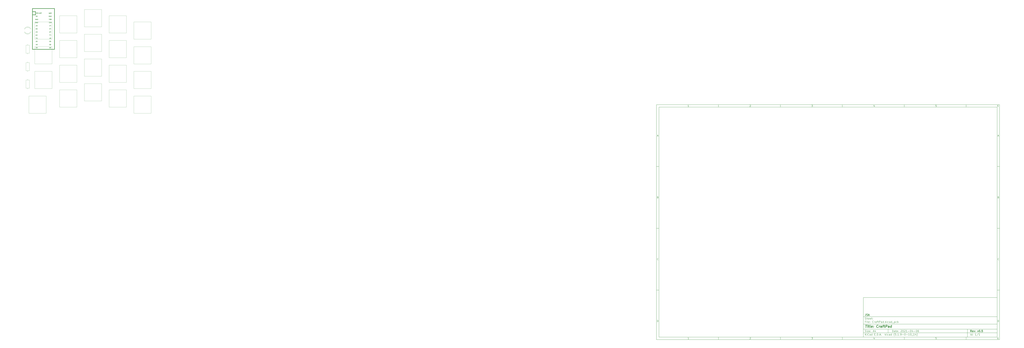
<source format=gbr>
%TF.GenerationSoftware,KiCad,Pcbnew,(5.1.9-0-10_14)*%
%TF.CreationDate,2021-04-06T08:54:49+08:00*%
%TF.ProjectId,CraftPad,43726166-7450-4616-942e-6b696361645f,v0.5*%
%TF.SameCoordinates,Original*%
%TF.FileFunction,Legend,Bot*%
%TF.FilePolarity,Positive*%
%FSLAX46Y46*%
G04 Gerber Fmt 4.6, Leading zero omitted, Abs format (unit mm)*
G04 Created by KiCad (PCBNEW (5.1.9-0-10_14)) date 2021-04-06 08:54:49*
%MOMM*%
%LPD*%
G01*
G04 APERTURE LIST*
%ADD10C,0.100000*%
%ADD11C,0.150000*%
%ADD12C,0.300000*%
%ADD13C,0.400000*%
%ADD14C,0.120000*%
%ADD15C,0.381000*%
G04 APERTURE END LIST*
D10*
D11*
X177002200Y-166007200D02*
X177002200Y-198007200D01*
X285002200Y-198007200D01*
X285002200Y-166007200D01*
X177002200Y-166007200D01*
D10*
D11*
X10000000Y-10000000D02*
X10000000Y-200007200D01*
X287002200Y-200007200D01*
X287002200Y-10000000D01*
X10000000Y-10000000D01*
D10*
D11*
X12000000Y-12000000D02*
X12000000Y-198007200D01*
X285002200Y-198007200D01*
X285002200Y-12000000D01*
X12000000Y-12000000D01*
D10*
D11*
X60000000Y-12000000D02*
X60000000Y-10000000D01*
D10*
D11*
X110000000Y-12000000D02*
X110000000Y-10000000D01*
D10*
D11*
X160000000Y-12000000D02*
X160000000Y-10000000D01*
D10*
D11*
X210000000Y-12000000D02*
X210000000Y-10000000D01*
D10*
D11*
X260000000Y-12000000D02*
X260000000Y-10000000D01*
D10*
D11*
X36065476Y-11588095D02*
X35322619Y-11588095D01*
X35694047Y-11588095D02*
X35694047Y-10288095D01*
X35570238Y-10473809D01*
X35446428Y-10597619D01*
X35322619Y-10659523D01*
D10*
D11*
X85322619Y-10411904D02*
X85384523Y-10350000D01*
X85508333Y-10288095D01*
X85817857Y-10288095D01*
X85941666Y-10350000D01*
X86003571Y-10411904D01*
X86065476Y-10535714D01*
X86065476Y-10659523D01*
X86003571Y-10845238D01*
X85260714Y-11588095D01*
X86065476Y-11588095D01*
D10*
D11*
X135260714Y-10288095D02*
X136065476Y-10288095D01*
X135632142Y-10783333D01*
X135817857Y-10783333D01*
X135941666Y-10845238D01*
X136003571Y-10907142D01*
X136065476Y-11030952D01*
X136065476Y-11340476D01*
X136003571Y-11464285D01*
X135941666Y-11526190D01*
X135817857Y-11588095D01*
X135446428Y-11588095D01*
X135322619Y-11526190D01*
X135260714Y-11464285D01*
D10*
D11*
X185941666Y-10721428D02*
X185941666Y-11588095D01*
X185632142Y-10226190D02*
X185322619Y-11154761D01*
X186127380Y-11154761D01*
D10*
D11*
X236003571Y-10288095D02*
X235384523Y-10288095D01*
X235322619Y-10907142D01*
X235384523Y-10845238D01*
X235508333Y-10783333D01*
X235817857Y-10783333D01*
X235941666Y-10845238D01*
X236003571Y-10907142D01*
X236065476Y-11030952D01*
X236065476Y-11340476D01*
X236003571Y-11464285D01*
X235941666Y-11526190D01*
X235817857Y-11588095D01*
X235508333Y-11588095D01*
X235384523Y-11526190D01*
X235322619Y-11464285D01*
D10*
D11*
X285941666Y-10288095D02*
X285694047Y-10288095D01*
X285570238Y-10350000D01*
X285508333Y-10411904D01*
X285384523Y-10597619D01*
X285322619Y-10845238D01*
X285322619Y-11340476D01*
X285384523Y-11464285D01*
X285446428Y-11526190D01*
X285570238Y-11588095D01*
X285817857Y-11588095D01*
X285941666Y-11526190D01*
X286003571Y-11464285D01*
X286065476Y-11340476D01*
X286065476Y-11030952D01*
X286003571Y-10907142D01*
X285941666Y-10845238D01*
X285817857Y-10783333D01*
X285570238Y-10783333D01*
X285446428Y-10845238D01*
X285384523Y-10907142D01*
X285322619Y-11030952D01*
D10*
D11*
X60000000Y-198007200D02*
X60000000Y-200007200D01*
D10*
D11*
X110000000Y-198007200D02*
X110000000Y-200007200D01*
D10*
D11*
X160000000Y-198007200D02*
X160000000Y-200007200D01*
D10*
D11*
X210000000Y-198007200D02*
X210000000Y-200007200D01*
D10*
D11*
X260000000Y-198007200D02*
X260000000Y-200007200D01*
D10*
D11*
X36065476Y-199595295D02*
X35322619Y-199595295D01*
X35694047Y-199595295D02*
X35694047Y-198295295D01*
X35570238Y-198481009D01*
X35446428Y-198604819D01*
X35322619Y-198666723D01*
D10*
D11*
X85322619Y-198419104D02*
X85384523Y-198357200D01*
X85508333Y-198295295D01*
X85817857Y-198295295D01*
X85941666Y-198357200D01*
X86003571Y-198419104D01*
X86065476Y-198542914D01*
X86065476Y-198666723D01*
X86003571Y-198852438D01*
X85260714Y-199595295D01*
X86065476Y-199595295D01*
D10*
D11*
X135260714Y-198295295D02*
X136065476Y-198295295D01*
X135632142Y-198790533D01*
X135817857Y-198790533D01*
X135941666Y-198852438D01*
X136003571Y-198914342D01*
X136065476Y-199038152D01*
X136065476Y-199347676D01*
X136003571Y-199471485D01*
X135941666Y-199533390D01*
X135817857Y-199595295D01*
X135446428Y-199595295D01*
X135322619Y-199533390D01*
X135260714Y-199471485D01*
D10*
D11*
X185941666Y-198728628D02*
X185941666Y-199595295D01*
X185632142Y-198233390D02*
X185322619Y-199161961D01*
X186127380Y-199161961D01*
D10*
D11*
X236003571Y-198295295D02*
X235384523Y-198295295D01*
X235322619Y-198914342D01*
X235384523Y-198852438D01*
X235508333Y-198790533D01*
X235817857Y-198790533D01*
X235941666Y-198852438D01*
X236003571Y-198914342D01*
X236065476Y-199038152D01*
X236065476Y-199347676D01*
X236003571Y-199471485D01*
X235941666Y-199533390D01*
X235817857Y-199595295D01*
X235508333Y-199595295D01*
X235384523Y-199533390D01*
X235322619Y-199471485D01*
D10*
D11*
X285941666Y-198295295D02*
X285694047Y-198295295D01*
X285570238Y-198357200D01*
X285508333Y-198419104D01*
X285384523Y-198604819D01*
X285322619Y-198852438D01*
X285322619Y-199347676D01*
X285384523Y-199471485D01*
X285446428Y-199533390D01*
X285570238Y-199595295D01*
X285817857Y-199595295D01*
X285941666Y-199533390D01*
X286003571Y-199471485D01*
X286065476Y-199347676D01*
X286065476Y-199038152D01*
X286003571Y-198914342D01*
X285941666Y-198852438D01*
X285817857Y-198790533D01*
X285570238Y-198790533D01*
X285446428Y-198852438D01*
X285384523Y-198914342D01*
X285322619Y-199038152D01*
D10*
D11*
X10000000Y-60000000D02*
X12000000Y-60000000D01*
D10*
D11*
X10000000Y-110000000D02*
X12000000Y-110000000D01*
D10*
D11*
X10000000Y-160000000D02*
X12000000Y-160000000D01*
D10*
D11*
X10690476Y-35216666D02*
X11309523Y-35216666D01*
X10566666Y-35588095D02*
X11000000Y-34288095D01*
X11433333Y-35588095D01*
D10*
D11*
X11092857Y-84907142D02*
X11278571Y-84969047D01*
X11340476Y-85030952D01*
X11402380Y-85154761D01*
X11402380Y-85340476D01*
X11340476Y-85464285D01*
X11278571Y-85526190D01*
X11154761Y-85588095D01*
X10659523Y-85588095D01*
X10659523Y-84288095D01*
X11092857Y-84288095D01*
X11216666Y-84350000D01*
X11278571Y-84411904D01*
X11340476Y-84535714D01*
X11340476Y-84659523D01*
X11278571Y-84783333D01*
X11216666Y-84845238D01*
X11092857Y-84907142D01*
X10659523Y-84907142D01*
D10*
D11*
X11402380Y-135464285D02*
X11340476Y-135526190D01*
X11154761Y-135588095D01*
X11030952Y-135588095D01*
X10845238Y-135526190D01*
X10721428Y-135402380D01*
X10659523Y-135278571D01*
X10597619Y-135030952D01*
X10597619Y-134845238D01*
X10659523Y-134597619D01*
X10721428Y-134473809D01*
X10845238Y-134350000D01*
X11030952Y-134288095D01*
X11154761Y-134288095D01*
X11340476Y-134350000D01*
X11402380Y-134411904D01*
D10*
D11*
X10659523Y-185588095D02*
X10659523Y-184288095D01*
X10969047Y-184288095D01*
X11154761Y-184350000D01*
X11278571Y-184473809D01*
X11340476Y-184597619D01*
X11402380Y-184845238D01*
X11402380Y-185030952D01*
X11340476Y-185278571D01*
X11278571Y-185402380D01*
X11154761Y-185526190D01*
X10969047Y-185588095D01*
X10659523Y-185588095D01*
D10*
D11*
X287002200Y-60000000D02*
X285002200Y-60000000D01*
D10*
D11*
X287002200Y-110000000D02*
X285002200Y-110000000D01*
D10*
D11*
X287002200Y-160000000D02*
X285002200Y-160000000D01*
D10*
D11*
X285692676Y-35216666D02*
X286311723Y-35216666D01*
X285568866Y-35588095D02*
X286002200Y-34288095D01*
X286435533Y-35588095D01*
D10*
D11*
X286095057Y-84907142D02*
X286280771Y-84969047D01*
X286342676Y-85030952D01*
X286404580Y-85154761D01*
X286404580Y-85340476D01*
X286342676Y-85464285D01*
X286280771Y-85526190D01*
X286156961Y-85588095D01*
X285661723Y-85588095D01*
X285661723Y-84288095D01*
X286095057Y-84288095D01*
X286218866Y-84350000D01*
X286280771Y-84411904D01*
X286342676Y-84535714D01*
X286342676Y-84659523D01*
X286280771Y-84783333D01*
X286218866Y-84845238D01*
X286095057Y-84907142D01*
X285661723Y-84907142D01*
D10*
D11*
X286404580Y-135464285D02*
X286342676Y-135526190D01*
X286156961Y-135588095D01*
X286033152Y-135588095D01*
X285847438Y-135526190D01*
X285723628Y-135402380D01*
X285661723Y-135278571D01*
X285599819Y-135030952D01*
X285599819Y-134845238D01*
X285661723Y-134597619D01*
X285723628Y-134473809D01*
X285847438Y-134350000D01*
X286033152Y-134288095D01*
X286156961Y-134288095D01*
X286342676Y-134350000D01*
X286404580Y-134411904D01*
D10*
D11*
X285661723Y-185588095D02*
X285661723Y-184288095D01*
X285971247Y-184288095D01*
X286156961Y-184350000D01*
X286280771Y-184473809D01*
X286342676Y-184597619D01*
X286404580Y-184845238D01*
X286404580Y-185030952D01*
X286342676Y-185278571D01*
X286280771Y-185402380D01*
X286156961Y-185526190D01*
X285971247Y-185588095D01*
X285661723Y-185588095D01*
D10*
D11*
X200434342Y-193785771D02*
X200434342Y-192285771D01*
X200791485Y-192285771D01*
X201005771Y-192357200D01*
X201148628Y-192500057D01*
X201220057Y-192642914D01*
X201291485Y-192928628D01*
X201291485Y-193142914D01*
X201220057Y-193428628D01*
X201148628Y-193571485D01*
X201005771Y-193714342D01*
X200791485Y-193785771D01*
X200434342Y-193785771D01*
X202577200Y-193785771D02*
X202577200Y-193000057D01*
X202505771Y-192857200D01*
X202362914Y-192785771D01*
X202077200Y-192785771D01*
X201934342Y-192857200D01*
X202577200Y-193714342D02*
X202434342Y-193785771D01*
X202077200Y-193785771D01*
X201934342Y-193714342D01*
X201862914Y-193571485D01*
X201862914Y-193428628D01*
X201934342Y-193285771D01*
X202077200Y-193214342D01*
X202434342Y-193214342D01*
X202577200Y-193142914D01*
X203077200Y-192785771D02*
X203648628Y-192785771D01*
X203291485Y-192285771D02*
X203291485Y-193571485D01*
X203362914Y-193714342D01*
X203505771Y-193785771D01*
X203648628Y-193785771D01*
X204720057Y-193714342D02*
X204577200Y-193785771D01*
X204291485Y-193785771D01*
X204148628Y-193714342D01*
X204077200Y-193571485D01*
X204077200Y-193000057D01*
X204148628Y-192857200D01*
X204291485Y-192785771D01*
X204577200Y-192785771D01*
X204720057Y-192857200D01*
X204791485Y-193000057D01*
X204791485Y-193142914D01*
X204077200Y-193285771D01*
X205434342Y-193642914D02*
X205505771Y-193714342D01*
X205434342Y-193785771D01*
X205362914Y-193714342D01*
X205434342Y-193642914D01*
X205434342Y-193785771D01*
X205434342Y-192857200D02*
X205505771Y-192928628D01*
X205434342Y-193000057D01*
X205362914Y-192928628D01*
X205434342Y-192857200D01*
X205434342Y-193000057D01*
X207220057Y-192428628D02*
X207291485Y-192357200D01*
X207434342Y-192285771D01*
X207791485Y-192285771D01*
X207934342Y-192357200D01*
X208005771Y-192428628D01*
X208077200Y-192571485D01*
X208077200Y-192714342D01*
X208005771Y-192928628D01*
X207148628Y-193785771D01*
X208077200Y-193785771D01*
X209005771Y-192285771D02*
X209148628Y-192285771D01*
X209291485Y-192357200D01*
X209362914Y-192428628D01*
X209434342Y-192571485D01*
X209505771Y-192857200D01*
X209505771Y-193214342D01*
X209434342Y-193500057D01*
X209362914Y-193642914D01*
X209291485Y-193714342D01*
X209148628Y-193785771D01*
X209005771Y-193785771D01*
X208862914Y-193714342D01*
X208791485Y-193642914D01*
X208720057Y-193500057D01*
X208648628Y-193214342D01*
X208648628Y-192857200D01*
X208720057Y-192571485D01*
X208791485Y-192428628D01*
X208862914Y-192357200D01*
X209005771Y-192285771D01*
X210077200Y-192428628D02*
X210148628Y-192357200D01*
X210291485Y-192285771D01*
X210648628Y-192285771D01*
X210791485Y-192357200D01*
X210862914Y-192428628D01*
X210934342Y-192571485D01*
X210934342Y-192714342D01*
X210862914Y-192928628D01*
X210005771Y-193785771D01*
X210934342Y-193785771D01*
X212362914Y-193785771D02*
X211505771Y-193785771D01*
X211934342Y-193785771D02*
X211934342Y-192285771D01*
X211791485Y-192500057D01*
X211648628Y-192642914D01*
X211505771Y-192714342D01*
X213005771Y-193214342D02*
X214148628Y-193214342D01*
X215148628Y-192285771D02*
X215291485Y-192285771D01*
X215434342Y-192357200D01*
X215505771Y-192428628D01*
X215577200Y-192571485D01*
X215648628Y-192857200D01*
X215648628Y-193214342D01*
X215577200Y-193500057D01*
X215505771Y-193642914D01*
X215434342Y-193714342D01*
X215291485Y-193785771D01*
X215148628Y-193785771D01*
X215005771Y-193714342D01*
X214934342Y-193642914D01*
X214862914Y-193500057D01*
X214791485Y-193214342D01*
X214791485Y-192857200D01*
X214862914Y-192571485D01*
X214934342Y-192428628D01*
X215005771Y-192357200D01*
X215148628Y-192285771D01*
X216934342Y-192785771D02*
X216934342Y-193785771D01*
X216577200Y-192214342D02*
X216220057Y-193285771D01*
X217148628Y-193285771D01*
X217720057Y-193214342D02*
X218862914Y-193214342D01*
X219862914Y-192285771D02*
X220005771Y-192285771D01*
X220148628Y-192357200D01*
X220220057Y-192428628D01*
X220291485Y-192571485D01*
X220362914Y-192857200D01*
X220362914Y-193214342D01*
X220291485Y-193500057D01*
X220220057Y-193642914D01*
X220148628Y-193714342D01*
X220005771Y-193785771D01*
X219862914Y-193785771D01*
X219720057Y-193714342D01*
X219648628Y-193642914D01*
X219577200Y-193500057D01*
X219505771Y-193214342D01*
X219505771Y-192857200D01*
X219577200Y-192571485D01*
X219648628Y-192428628D01*
X219720057Y-192357200D01*
X219862914Y-192285771D01*
X221648628Y-192285771D02*
X221362914Y-192285771D01*
X221220057Y-192357200D01*
X221148628Y-192428628D01*
X221005771Y-192642914D01*
X220934342Y-192928628D01*
X220934342Y-193500057D01*
X221005771Y-193642914D01*
X221077200Y-193714342D01*
X221220057Y-193785771D01*
X221505771Y-193785771D01*
X221648628Y-193714342D01*
X221720057Y-193642914D01*
X221791485Y-193500057D01*
X221791485Y-193142914D01*
X221720057Y-193000057D01*
X221648628Y-192928628D01*
X221505771Y-192857200D01*
X221220057Y-192857200D01*
X221077200Y-192928628D01*
X221005771Y-193000057D01*
X220934342Y-193142914D01*
D10*
D11*
X177002200Y-194507200D02*
X285002200Y-194507200D01*
D10*
D11*
X178434342Y-196585771D02*
X178434342Y-195085771D01*
X179291485Y-196585771D02*
X178648628Y-195728628D01*
X179291485Y-195085771D02*
X178434342Y-195942914D01*
X179934342Y-196585771D02*
X179934342Y-195585771D01*
X179934342Y-195085771D02*
X179862914Y-195157200D01*
X179934342Y-195228628D01*
X180005771Y-195157200D01*
X179934342Y-195085771D01*
X179934342Y-195228628D01*
X181505771Y-196442914D02*
X181434342Y-196514342D01*
X181220057Y-196585771D01*
X181077200Y-196585771D01*
X180862914Y-196514342D01*
X180720057Y-196371485D01*
X180648628Y-196228628D01*
X180577200Y-195942914D01*
X180577200Y-195728628D01*
X180648628Y-195442914D01*
X180720057Y-195300057D01*
X180862914Y-195157200D01*
X181077200Y-195085771D01*
X181220057Y-195085771D01*
X181434342Y-195157200D01*
X181505771Y-195228628D01*
X182791485Y-196585771D02*
X182791485Y-195800057D01*
X182720057Y-195657200D01*
X182577200Y-195585771D01*
X182291485Y-195585771D01*
X182148628Y-195657200D01*
X182791485Y-196514342D02*
X182648628Y-196585771D01*
X182291485Y-196585771D01*
X182148628Y-196514342D01*
X182077200Y-196371485D01*
X182077200Y-196228628D01*
X182148628Y-196085771D01*
X182291485Y-196014342D01*
X182648628Y-196014342D01*
X182791485Y-195942914D01*
X184148628Y-196585771D02*
X184148628Y-195085771D01*
X184148628Y-196514342D02*
X184005771Y-196585771D01*
X183720057Y-196585771D01*
X183577200Y-196514342D01*
X183505771Y-196442914D01*
X183434342Y-196300057D01*
X183434342Y-195871485D01*
X183505771Y-195728628D01*
X183577200Y-195657200D01*
X183720057Y-195585771D01*
X184005771Y-195585771D01*
X184148628Y-195657200D01*
X186005771Y-195800057D02*
X186505771Y-195800057D01*
X186720057Y-196585771D02*
X186005771Y-196585771D01*
X186005771Y-195085771D01*
X186720057Y-195085771D01*
X187362914Y-196442914D02*
X187434342Y-196514342D01*
X187362914Y-196585771D01*
X187291485Y-196514342D01*
X187362914Y-196442914D01*
X187362914Y-196585771D01*
X188077200Y-196585771D02*
X188077200Y-195085771D01*
X188434342Y-195085771D01*
X188648628Y-195157200D01*
X188791485Y-195300057D01*
X188862914Y-195442914D01*
X188934342Y-195728628D01*
X188934342Y-195942914D01*
X188862914Y-196228628D01*
X188791485Y-196371485D01*
X188648628Y-196514342D01*
X188434342Y-196585771D01*
X188077200Y-196585771D01*
X189577200Y-196442914D02*
X189648628Y-196514342D01*
X189577200Y-196585771D01*
X189505771Y-196514342D01*
X189577200Y-196442914D01*
X189577200Y-196585771D01*
X190220057Y-196157200D02*
X190934342Y-196157200D01*
X190077200Y-196585771D02*
X190577200Y-195085771D01*
X191077200Y-196585771D01*
X191577200Y-196442914D02*
X191648628Y-196514342D01*
X191577200Y-196585771D01*
X191505771Y-196514342D01*
X191577200Y-196442914D01*
X191577200Y-196585771D01*
X194577200Y-196585771D02*
X194577200Y-195085771D01*
X194720057Y-196014342D02*
X195148628Y-196585771D01*
X195148628Y-195585771D02*
X194577200Y-196157200D01*
X195791485Y-196585771D02*
X195791485Y-195585771D01*
X195791485Y-195085771D02*
X195720057Y-195157200D01*
X195791485Y-195228628D01*
X195862914Y-195157200D01*
X195791485Y-195085771D01*
X195791485Y-195228628D01*
X197148628Y-196514342D02*
X197005771Y-196585771D01*
X196720057Y-196585771D01*
X196577200Y-196514342D01*
X196505771Y-196442914D01*
X196434342Y-196300057D01*
X196434342Y-195871485D01*
X196505771Y-195728628D01*
X196577200Y-195657200D01*
X196720057Y-195585771D01*
X197005771Y-195585771D01*
X197148628Y-195657200D01*
X198434342Y-196585771D02*
X198434342Y-195800057D01*
X198362914Y-195657200D01*
X198220057Y-195585771D01*
X197934342Y-195585771D01*
X197791485Y-195657200D01*
X198434342Y-196514342D02*
X198291485Y-196585771D01*
X197934342Y-196585771D01*
X197791485Y-196514342D01*
X197720057Y-196371485D01*
X197720057Y-196228628D01*
X197791485Y-196085771D01*
X197934342Y-196014342D01*
X198291485Y-196014342D01*
X198434342Y-195942914D01*
X199791485Y-196585771D02*
X199791485Y-195085771D01*
X199791485Y-196514342D02*
X199648628Y-196585771D01*
X199362914Y-196585771D01*
X199220057Y-196514342D01*
X199148628Y-196442914D01*
X199077200Y-196300057D01*
X199077200Y-195871485D01*
X199148628Y-195728628D01*
X199220057Y-195657200D01*
X199362914Y-195585771D01*
X199648628Y-195585771D01*
X199791485Y-195657200D01*
X202077200Y-197157200D02*
X202005771Y-197085771D01*
X201862914Y-196871485D01*
X201791485Y-196728628D01*
X201720057Y-196514342D01*
X201648628Y-196157200D01*
X201648628Y-195871485D01*
X201720057Y-195514342D01*
X201791485Y-195300057D01*
X201862914Y-195157200D01*
X202005771Y-194942914D01*
X202077200Y-194871485D01*
X203362914Y-195085771D02*
X202648628Y-195085771D01*
X202577200Y-195800057D01*
X202648628Y-195728628D01*
X202791485Y-195657200D01*
X203148628Y-195657200D01*
X203291485Y-195728628D01*
X203362914Y-195800057D01*
X203434342Y-195942914D01*
X203434342Y-196300057D01*
X203362914Y-196442914D01*
X203291485Y-196514342D01*
X203148628Y-196585771D01*
X202791485Y-196585771D01*
X202648628Y-196514342D01*
X202577200Y-196442914D01*
X204077200Y-196442914D02*
X204148628Y-196514342D01*
X204077200Y-196585771D01*
X204005771Y-196514342D01*
X204077200Y-196442914D01*
X204077200Y-196585771D01*
X205577200Y-196585771D02*
X204720057Y-196585771D01*
X205148628Y-196585771D02*
X205148628Y-195085771D01*
X205005771Y-195300057D01*
X204862914Y-195442914D01*
X204720057Y-195514342D01*
X206220057Y-196442914D02*
X206291485Y-196514342D01*
X206220057Y-196585771D01*
X206148628Y-196514342D01*
X206220057Y-196442914D01*
X206220057Y-196585771D01*
X207005771Y-196585771D02*
X207291485Y-196585771D01*
X207434342Y-196514342D01*
X207505771Y-196442914D01*
X207648628Y-196228628D01*
X207720057Y-195942914D01*
X207720057Y-195371485D01*
X207648628Y-195228628D01*
X207577200Y-195157200D01*
X207434342Y-195085771D01*
X207148628Y-195085771D01*
X207005771Y-195157200D01*
X206934342Y-195228628D01*
X206862914Y-195371485D01*
X206862914Y-195728628D01*
X206934342Y-195871485D01*
X207005771Y-195942914D01*
X207148628Y-196014342D01*
X207434342Y-196014342D01*
X207577200Y-195942914D01*
X207648628Y-195871485D01*
X207720057Y-195728628D01*
X208362914Y-196014342D02*
X209505771Y-196014342D01*
X210505771Y-195085771D02*
X210648628Y-195085771D01*
X210791485Y-195157200D01*
X210862914Y-195228628D01*
X210934342Y-195371485D01*
X211005771Y-195657200D01*
X211005771Y-196014342D01*
X210934342Y-196300057D01*
X210862914Y-196442914D01*
X210791485Y-196514342D01*
X210648628Y-196585771D01*
X210505771Y-196585771D01*
X210362914Y-196514342D01*
X210291485Y-196442914D01*
X210220057Y-196300057D01*
X210148628Y-196014342D01*
X210148628Y-195657200D01*
X210220057Y-195371485D01*
X210291485Y-195228628D01*
X210362914Y-195157200D01*
X210505771Y-195085771D01*
X211648628Y-196014342D02*
X212791485Y-196014342D01*
X214291485Y-196585771D02*
X213434342Y-196585771D01*
X213862914Y-196585771D02*
X213862914Y-195085771D01*
X213720057Y-195300057D01*
X213577200Y-195442914D01*
X213434342Y-195514342D01*
X215220057Y-195085771D02*
X215362914Y-195085771D01*
X215505771Y-195157200D01*
X215577200Y-195228628D01*
X215648628Y-195371485D01*
X215720057Y-195657200D01*
X215720057Y-196014342D01*
X215648628Y-196300057D01*
X215577200Y-196442914D01*
X215505771Y-196514342D01*
X215362914Y-196585771D01*
X215220057Y-196585771D01*
X215077200Y-196514342D01*
X215005771Y-196442914D01*
X214934342Y-196300057D01*
X214862914Y-196014342D01*
X214862914Y-195657200D01*
X214934342Y-195371485D01*
X215005771Y-195228628D01*
X215077200Y-195157200D01*
X215220057Y-195085771D01*
X216005771Y-196728628D02*
X217148628Y-196728628D01*
X218291485Y-196585771D02*
X217434342Y-196585771D01*
X217862914Y-196585771D02*
X217862914Y-195085771D01*
X217720057Y-195300057D01*
X217577200Y-195442914D01*
X217434342Y-195514342D01*
X219577200Y-195585771D02*
X219577200Y-196585771D01*
X219220057Y-195014342D02*
X218862914Y-196085771D01*
X219791485Y-196085771D01*
X220220057Y-197157200D02*
X220291485Y-197085771D01*
X220434342Y-196871485D01*
X220505771Y-196728628D01*
X220577200Y-196514342D01*
X220648628Y-196157200D01*
X220648628Y-195871485D01*
X220577200Y-195514342D01*
X220505771Y-195300057D01*
X220434342Y-195157200D01*
X220291485Y-194942914D01*
X220220057Y-194871485D01*
D10*
D11*
X177002200Y-191507200D02*
X285002200Y-191507200D01*
D10*
D12*
X264411485Y-193785771D02*
X263911485Y-193071485D01*
X263554342Y-193785771D02*
X263554342Y-192285771D01*
X264125771Y-192285771D01*
X264268628Y-192357200D01*
X264340057Y-192428628D01*
X264411485Y-192571485D01*
X264411485Y-192785771D01*
X264340057Y-192928628D01*
X264268628Y-193000057D01*
X264125771Y-193071485D01*
X263554342Y-193071485D01*
X265625771Y-193714342D02*
X265482914Y-193785771D01*
X265197200Y-193785771D01*
X265054342Y-193714342D01*
X264982914Y-193571485D01*
X264982914Y-193000057D01*
X265054342Y-192857200D01*
X265197200Y-192785771D01*
X265482914Y-192785771D01*
X265625771Y-192857200D01*
X265697200Y-193000057D01*
X265697200Y-193142914D01*
X264982914Y-193285771D01*
X266197200Y-192785771D02*
X266554342Y-193785771D01*
X266911485Y-192785771D01*
X267482914Y-193642914D02*
X267554342Y-193714342D01*
X267482914Y-193785771D01*
X267411485Y-193714342D01*
X267482914Y-193642914D01*
X267482914Y-193785771D01*
X267482914Y-192857200D02*
X267554342Y-192928628D01*
X267482914Y-193000057D01*
X267411485Y-192928628D01*
X267482914Y-192857200D01*
X267482914Y-193000057D01*
X269197200Y-192785771D02*
X269554342Y-193785771D01*
X269911485Y-192785771D01*
X270768628Y-192285771D02*
X270911485Y-192285771D01*
X271054342Y-192357200D01*
X271125771Y-192428628D01*
X271197200Y-192571485D01*
X271268628Y-192857200D01*
X271268628Y-193214342D01*
X271197200Y-193500057D01*
X271125771Y-193642914D01*
X271054342Y-193714342D01*
X270911485Y-193785771D01*
X270768628Y-193785771D01*
X270625771Y-193714342D01*
X270554342Y-193642914D01*
X270482914Y-193500057D01*
X270411485Y-193214342D01*
X270411485Y-192857200D01*
X270482914Y-192571485D01*
X270554342Y-192428628D01*
X270625771Y-192357200D01*
X270768628Y-192285771D01*
X271911485Y-193642914D02*
X271982914Y-193714342D01*
X271911485Y-193785771D01*
X271840057Y-193714342D01*
X271911485Y-193642914D01*
X271911485Y-193785771D01*
X273340057Y-192285771D02*
X272625771Y-192285771D01*
X272554342Y-193000057D01*
X272625771Y-192928628D01*
X272768628Y-192857200D01*
X273125771Y-192857200D01*
X273268628Y-192928628D01*
X273340057Y-193000057D01*
X273411485Y-193142914D01*
X273411485Y-193500057D01*
X273340057Y-193642914D01*
X273268628Y-193714342D01*
X273125771Y-193785771D01*
X272768628Y-193785771D01*
X272625771Y-193714342D01*
X272554342Y-193642914D01*
D10*
D11*
X178362914Y-193714342D02*
X178577200Y-193785771D01*
X178934342Y-193785771D01*
X179077200Y-193714342D01*
X179148628Y-193642914D01*
X179220057Y-193500057D01*
X179220057Y-193357200D01*
X179148628Y-193214342D01*
X179077200Y-193142914D01*
X178934342Y-193071485D01*
X178648628Y-193000057D01*
X178505771Y-192928628D01*
X178434342Y-192857200D01*
X178362914Y-192714342D01*
X178362914Y-192571485D01*
X178434342Y-192428628D01*
X178505771Y-192357200D01*
X178648628Y-192285771D01*
X179005771Y-192285771D01*
X179220057Y-192357200D01*
X179862914Y-193785771D02*
X179862914Y-192785771D01*
X179862914Y-192285771D02*
X179791485Y-192357200D01*
X179862914Y-192428628D01*
X179934342Y-192357200D01*
X179862914Y-192285771D01*
X179862914Y-192428628D01*
X180434342Y-192785771D02*
X181220057Y-192785771D01*
X180434342Y-193785771D01*
X181220057Y-193785771D01*
X182362914Y-193714342D02*
X182220057Y-193785771D01*
X181934342Y-193785771D01*
X181791485Y-193714342D01*
X181720057Y-193571485D01*
X181720057Y-193000057D01*
X181791485Y-192857200D01*
X181934342Y-192785771D01*
X182220057Y-192785771D01*
X182362914Y-192857200D01*
X182434342Y-193000057D01*
X182434342Y-193142914D01*
X181720057Y-193285771D01*
X183077200Y-193642914D02*
X183148628Y-193714342D01*
X183077200Y-193785771D01*
X183005771Y-193714342D01*
X183077200Y-193642914D01*
X183077200Y-193785771D01*
X183077200Y-192857200D02*
X183148628Y-192928628D01*
X183077200Y-193000057D01*
X183005771Y-192928628D01*
X183077200Y-192857200D01*
X183077200Y-193000057D01*
X184862914Y-193357200D02*
X185577200Y-193357200D01*
X184720057Y-193785771D02*
X185220057Y-192285771D01*
X185720057Y-193785771D01*
X186862914Y-192785771D02*
X186862914Y-193785771D01*
X186505771Y-192214342D02*
X186148628Y-193285771D01*
X187077200Y-193285771D01*
D10*
D11*
X263434342Y-196585771D02*
X263434342Y-195085771D01*
X264791485Y-196585771D02*
X264791485Y-195085771D01*
X264791485Y-196514342D02*
X264648628Y-196585771D01*
X264362914Y-196585771D01*
X264220057Y-196514342D01*
X264148628Y-196442914D01*
X264077200Y-196300057D01*
X264077200Y-195871485D01*
X264148628Y-195728628D01*
X264220057Y-195657200D01*
X264362914Y-195585771D01*
X264648628Y-195585771D01*
X264791485Y-195657200D01*
X265505771Y-196442914D02*
X265577200Y-196514342D01*
X265505771Y-196585771D01*
X265434342Y-196514342D01*
X265505771Y-196442914D01*
X265505771Y-196585771D01*
X265505771Y-195657200D02*
X265577200Y-195728628D01*
X265505771Y-195800057D01*
X265434342Y-195728628D01*
X265505771Y-195657200D01*
X265505771Y-195800057D01*
X268148628Y-196585771D02*
X267291485Y-196585771D01*
X267720057Y-196585771D02*
X267720057Y-195085771D01*
X267577200Y-195300057D01*
X267434342Y-195442914D01*
X267291485Y-195514342D01*
X269862914Y-195014342D02*
X268577200Y-196942914D01*
X271148628Y-196585771D02*
X270291485Y-196585771D01*
X270720057Y-196585771D02*
X270720057Y-195085771D01*
X270577200Y-195300057D01*
X270434342Y-195442914D01*
X270291485Y-195514342D01*
D10*
D11*
X177002200Y-187507200D02*
X285002200Y-187507200D01*
D10*
D13*
X178714580Y-188211961D02*
X179857438Y-188211961D01*
X179036009Y-190211961D02*
X179286009Y-188211961D01*
X180274104Y-190211961D02*
X180440771Y-188878628D01*
X180524104Y-188211961D02*
X180416961Y-188307200D01*
X180500295Y-188402438D01*
X180607438Y-188307200D01*
X180524104Y-188211961D01*
X180500295Y-188402438D01*
X181107438Y-188878628D02*
X181869342Y-188878628D01*
X181476485Y-188211961D02*
X181262200Y-189926247D01*
X181333628Y-190116723D01*
X181512200Y-190211961D01*
X181702676Y-190211961D01*
X182655057Y-190211961D02*
X182476485Y-190116723D01*
X182405057Y-189926247D01*
X182619342Y-188211961D01*
X184190771Y-190116723D02*
X183988390Y-190211961D01*
X183607438Y-190211961D01*
X183428866Y-190116723D01*
X183357438Y-189926247D01*
X183452676Y-189164342D01*
X183571723Y-188973866D01*
X183774104Y-188878628D01*
X184155057Y-188878628D01*
X184333628Y-188973866D01*
X184405057Y-189164342D01*
X184381247Y-189354819D01*
X183405057Y-189545295D01*
X185155057Y-190021485D02*
X185238390Y-190116723D01*
X185131247Y-190211961D01*
X185047914Y-190116723D01*
X185155057Y-190021485D01*
X185131247Y-190211961D01*
X185286009Y-188973866D02*
X185369342Y-189069104D01*
X185262200Y-189164342D01*
X185178866Y-189069104D01*
X185286009Y-188973866D01*
X185262200Y-189164342D01*
X188774104Y-190021485D02*
X188666961Y-190116723D01*
X188369342Y-190211961D01*
X188178866Y-190211961D01*
X187905057Y-190116723D01*
X187738390Y-189926247D01*
X187666961Y-189735771D01*
X187619342Y-189354819D01*
X187655057Y-189069104D01*
X187797914Y-188688152D01*
X187916961Y-188497676D01*
X188131247Y-188307200D01*
X188428866Y-188211961D01*
X188619342Y-188211961D01*
X188893152Y-188307200D01*
X188976485Y-188402438D01*
X189607438Y-190211961D02*
X189774104Y-188878628D01*
X189726485Y-189259580D02*
X189845533Y-189069104D01*
X189952676Y-188973866D01*
X190155057Y-188878628D01*
X190345533Y-188878628D01*
X191702676Y-190211961D02*
X191833628Y-189164342D01*
X191762200Y-188973866D01*
X191583628Y-188878628D01*
X191202676Y-188878628D01*
X191000295Y-188973866D01*
X191714580Y-190116723D02*
X191512200Y-190211961D01*
X191036009Y-190211961D01*
X190857438Y-190116723D01*
X190786009Y-189926247D01*
X190809819Y-189735771D01*
X190928866Y-189545295D01*
X191131247Y-189450057D01*
X191607438Y-189450057D01*
X191809819Y-189354819D01*
X192536009Y-188878628D02*
X193297914Y-188878628D01*
X192655057Y-190211961D02*
X192869342Y-188497676D01*
X192988390Y-188307200D01*
X193190771Y-188211961D01*
X193381247Y-188211961D01*
X193678866Y-188878628D02*
X194440771Y-188878628D01*
X194047914Y-188211961D02*
X193833628Y-189926247D01*
X193905057Y-190116723D01*
X194083628Y-190211961D01*
X194274104Y-190211961D01*
X194940771Y-190211961D02*
X195190771Y-188211961D01*
X195952676Y-188211961D01*
X196131247Y-188307200D01*
X196214580Y-188402438D01*
X196286009Y-188592914D01*
X196250295Y-188878628D01*
X196131247Y-189069104D01*
X196024104Y-189164342D01*
X195821723Y-189259580D01*
X195059819Y-189259580D01*
X197797914Y-190211961D02*
X197928866Y-189164342D01*
X197857438Y-188973866D01*
X197678866Y-188878628D01*
X197297914Y-188878628D01*
X197095533Y-188973866D01*
X197809819Y-190116723D02*
X197607438Y-190211961D01*
X197131247Y-190211961D01*
X196952676Y-190116723D01*
X196881247Y-189926247D01*
X196905057Y-189735771D01*
X197024104Y-189545295D01*
X197226485Y-189450057D01*
X197702676Y-189450057D01*
X197905057Y-189354819D01*
X199607438Y-190211961D02*
X199857438Y-188211961D01*
X199619342Y-190116723D02*
X199416961Y-190211961D01*
X199036009Y-190211961D01*
X198857438Y-190116723D01*
X198774104Y-190021485D01*
X198702676Y-189831009D01*
X198774104Y-189259580D01*
X198893152Y-189069104D01*
X199000295Y-188973866D01*
X199202676Y-188878628D01*
X199583628Y-188878628D01*
X199762200Y-188973866D01*
D10*
D11*
X178934342Y-185600057D02*
X178434342Y-185600057D01*
X178434342Y-186385771D02*
X178434342Y-184885771D01*
X179148628Y-184885771D01*
X179720057Y-186385771D02*
X179720057Y-185385771D01*
X179720057Y-184885771D02*
X179648628Y-184957200D01*
X179720057Y-185028628D01*
X179791485Y-184957200D01*
X179720057Y-184885771D01*
X179720057Y-185028628D01*
X180648628Y-186385771D02*
X180505771Y-186314342D01*
X180434342Y-186171485D01*
X180434342Y-184885771D01*
X181791485Y-186314342D02*
X181648628Y-186385771D01*
X181362914Y-186385771D01*
X181220057Y-186314342D01*
X181148628Y-186171485D01*
X181148628Y-185600057D01*
X181220057Y-185457200D01*
X181362914Y-185385771D01*
X181648628Y-185385771D01*
X181791485Y-185457200D01*
X181862914Y-185600057D01*
X181862914Y-185742914D01*
X181148628Y-185885771D01*
X182505771Y-186242914D02*
X182577200Y-186314342D01*
X182505771Y-186385771D01*
X182434342Y-186314342D01*
X182505771Y-186242914D01*
X182505771Y-186385771D01*
X182505771Y-185457200D02*
X182577200Y-185528628D01*
X182505771Y-185600057D01*
X182434342Y-185528628D01*
X182505771Y-185457200D01*
X182505771Y-185600057D01*
X185220057Y-186242914D02*
X185148628Y-186314342D01*
X184934342Y-186385771D01*
X184791485Y-186385771D01*
X184577200Y-186314342D01*
X184434342Y-186171485D01*
X184362914Y-186028628D01*
X184291485Y-185742914D01*
X184291485Y-185528628D01*
X184362914Y-185242914D01*
X184434342Y-185100057D01*
X184577200Y-184957200D01*
X184791485Y-184885771D01*
X184934342Y-184885771D01*
X185148628Y-184957200D01*
X185220057Y-185028628D01*
X185862914Y-186385771D02*
X185862914Y-185385771D01*
X185862914Y-185671485D02*
X185934342Y-185528628D01*
X186005771Y-185457200D01*
X186148628Y-185385771D01*
X186291485Y-185385771D01*
X187434342Y-186385771D02*
X187434342Y-185600057D01*
X187362914Y-185457200D01*
X187220057Y-185385771D01*
X186934342Y-185385771D01*
X186791485Y-185457200D01*
X187434342Y-186314342D02*
X187291485Y-186385771D01*
X186934342Y-186385771D01*
X186791485Y-186314342D01*
X186720057Y-186171485D01*
X186720057Y-186028628D01*
X186791485Y-185885771D01*
X186934342Y-185814342D01*
X187291485Y-185814342D01*
X187434342Y-185742914D01*
X187934342Y-185385771D02*
X188505771Y-185385771D01*
X188148628Y-186385771D02*
X188148628Y-185100057D01*
X188220057Y-184957200D01*
X188362914Y-184885771D01*
X188505771Y-184885771D01*
X188791485Y-185385771D02*
X189362914Y-185385771D01*
X189005771Y-184885771D02*
X189005771Y-186171485D01*
X189077200Y-186314342D01*
X189220057Y-186385771D01*
X189362914Y-186385771D01*
X189862914Y-186385771D02*
X189862914Y-184885771D01*
X190434342Y-184885771D01*
X190577200Y-184957200D01*
X190648628Y-185028628D01*
X190720057Y-185171485D01*
X190720057Y-185385771D01*
X190648628Y-185528628D01*
X190577200Y-185600057D01*
X190434342Y-185671485D01*
X189862914Y-185671485D01*
X192005771Y-186385771D02*
X192005771Y-185600057D01*
X191934342Y-185457200D01*
X191791485Y-185385771D01*
X191505771Y-185385771D01*
X191362914Y-185457200D01*
X192005771Y-186314342D02*
X191862914Y-186385771D01*
X191505771Y-186385771D01*
X191362914Y-186314342D01*
X191291485Y-186171485D01*
X191291485Y-186028628D01*
X191362914Y-185885771D01*
X191505771Y-185814342D01*
X191862914Y-185814342D01*
X192005771Y-185742914D01*
X193362914Y-186385771D02*
X193362914Y-184885771D01*
X193362914Y-186314342D02*
X193220057Y-186385771D01*
X192934342Y-186385771D01*
X192791485Y-186314342D01*
X192720057Y-186242914D01*
X192648628Y-186100057D01*
X192648628Y-185671485D01*
X192720057Y-185528628D01*
X192791485Y-185457200D01*
X192934342Y-185385771D01*
X193220057Y-185385771D01*
X193362914Y-185457200D01*
X194077200Y-186242914D02*
X194148628Y-186314342D01*
X194077200Y-186385771D01*
X194005771Y-186314342D01*
X194077200Y-186242914D01*
X194077200Y-186385771D01*
X194791485Y-186385771D02*
X194791485Y-184885771D01*
X194934342Y-185814342D02*
X195362914Y-186385771D01*
X195362914Y-185385771D02*
X194791485Y-185957200D01*
X196005771Y-186385771D02*
X196005771Y-185385771D01*
X196005771Y-184885771D02*
X195934342Y-184957200D01*
X196005771Y-185028628D01*
X196077200Y-184957200D01*
X196005771Y-184885771D01*
X196005771Y-185028628D01*
X197362914Y-186314342D02*
X197220057Y-186385771D01*
X196934342Y-186385771D01*
X196791485Y-186314342D01*
X196720057Y-186242914D01*
X196648628Y-186100057D01*
X196648628Y-185671485D01*
X196720057Y-185528628D01*
X196791485Y-185457200D01*
X196934342Y-185385771D01*
X197220057Y-185385771D01*
X197362914Y-185457200D01*
X198648628Y-186385771D02*
X198648628Y-185600057D01*
X198577200Y-185457200D01*
X198434342Y-185385771D01*
X198148628Y-185385771D01*
X198005771Y-185457200D01*
X198648628Y-186314342D02*
X198505771Y-186385771D01*
X198148628Y-186385771D01*
X198005771Y-186314342D01*
X197934342Y-186171485D01*
X197934342Y-186028628D01*
X198005771Y-185885771D01*
X198148628Y-185814342D01*
X198505771Y-185814342D01*
X198648628Y-185742914D01*
X200005771Y-186385771D02*
X200005771Y-184885771D01*
X200005771Y-186314342D02*
X199862914Y-186385771D01*
X199577200Y-186385771D01*
X199434342Y-186314342D01*
X199362914Y-186242914D01*
X199291485Y-186100057D01*
X199291485Y-185671485D01*
X199362914Y-185528628D01*
X199434342Y-185457200D01*
X199577200Y-185385771D01*
X199862914Y-185385771D01*
X200005771Y-185457200D01*
X200362914Y-186528628D02*
X201505771Y-186528628D01*
X201862914Y-185385771D02*
X201862914Y-186885771D01*
X201862914Y-185457200D02*
X202005771Y-185385771D01*
X202291485Y-185385771D01*
X202434342Y-185457200D01*
X202505771Y-185528628D01*
X202577200Y-185671485D01*
X202577200Y-186100057D01*
X202505771Y-186242914D01*
X202434342Y-186314342D01*
X202291485Y-186385771D01*
X202005771Y-186385771D01*
X201862914Y-186314342D01*
X203862914Y-186314342D02*
X203720057Y-186385771D01*
X203434342Y-186385771D01*
X203291485Y-186314342D01*
X203220057Y-186242914D01*
X203148628Y-186100057D01*
X203148628Y-185671485D01*
X203220057Y-185528628D01*
X203291485Y-185457200D01*
X203434342Y-185385771D01*
X203720057Y-185385771D01*
X203862914Y-185457200D01*
X204505771Y-186385771D02*
X204505771Y-184885771D01*
X204505771Y-185457200D02*
X204648628Y-185385771D01*
X204934342Y-185385771D01*
X205077200Y-185457200D01*
X205148628Y-185528628D01*
X205220057Y-185671485D01*
X205220057Y-186100057D01*
X205148628Y-186242914D01*
X205077200Y-186314342D01*
X204934342Y-186385771D01*
X204648628Y-186385771D01*
X204505771Y-186314342D01*
D10*
D11*
X177002200Y-181507200D02*
X285002200Y-181507200D01*
D10*
D11*
X178362914Y-183614342D02*
X178577200Y-183685771D01*
X178934342Y-183685771D01*
X179077200Y-183614342D01*
X179148628Y-183542914D01*
X179220057Y-183400057D01*
X179220057Y-183257200D01*
X179148628Y-183114342D01*
X179077200Y-183042914D01*
X178934342Y-182971485D01*
X178648628Y-182900057D01*
X178505771Y-182828628D01*
X178434342Y-182757200D01*
X178362914Y-182614342D01*
X178362914Y-182471485D01*
X178434342Y-182328628D01*
X178505771Y-182257200D01*
X178648628Y-182185771D01*
X179005771Y-182185771D01*
X179220057Y-182257200D01*
X179862914Y-183685771D02*
X179862914Y-182185771D01*
X180505771Y-183685771D02*
X180505771Y-182900057D01*
X180434342Y-182757200D01*
X180291485Y-182685771D01*
X180077200Y-182685771D01*
X179934342Y-182757200D01*
X179862914Y-182828628D01*
X181791485Y-183614342D02*
X181648628Y-183685771D01*
X181362914Y-183685771D01*
X181220057Y-183614342D01*
X181148628Y-183471485D01*
X181148628Y-182900057D01*
X181220057Y-182757200D01*
X181362914Y-182685771D01*
X181648628Y-182685771D01*
X181791485Y-182757200D01*
X181862914Y-182900057D01*
X181862914Y-183042914D01*
X181148628Y-183185771D01*
X183077200Y-183614342D02*
X182934342Y-183685771D01*
X182648628Y-183685771D01*
X182505771Y-183614342D01*
X182434342Y-183471485D01*
X182434342Y-182900057D01*
X182505771Y-182757200D01*
X182648628Y-182685771D01*
X182934342Y-182685771D01*
X183077200Y-182757200D01*
X183148628Y-182900057D01*
X183148628Y-183042914D01*
X182434342Y-183185771D01*
X183577200Y-182685771D02*
X184148628Y-182685771D01*
X183791485Y-182185771D02*
X183791485Y-183471485D01*
X183862914Y-183614342D01*
X184005771Y-183685771D01*
X184148628Y-183685771D01*
X184648628Y-183542914D02*
X184720057Y-183614342D01*
X184648628Y-183685771D01*
X184577200Y-183614342D01*
X184648628Y-183542914D01*
X184648628Y-183685771D01*
X184648628Y-182757200D02*
X184720057Y-182828628D01*
X184648628Y-182900057D01*
X184577200Y-182828628D01*
X184648628Y-182757200D01*
X184648628Y-182900057D01*
D10*
D12*
X178982914Y-179185771D02*
X178982914Y-180257200D01*
X178911485Y-180471485D01*
X178768628Y-180614342D01*
X178554342Y-180685771D01*
X178411485Y-180685771D01*
X179625771Y-180614342D02*
X179840057Y-180685771D01*
X180197200Y-180685771D01*
X180340057Y-180614342D01*
X180411485Y-180542914D01*
X180482914Y-180400057D01*
X180482914Y-180257200D01*
X180411485Y-180114342D01*
X180340057Y-180042914D01*
X180197200Y-179971485D01*
X179911485Y-179900057D01*
X179768628Y-179828628D01*
X179697200Y-179757200D01*
X179625771Y-179614342D01*
X179625771Y-179471485D01*
X179697200Y-179328628D01*
X179768628Y-179257200D01*
X179911485Y-179185771D01*
X180268628Y-179185771D01*
X180482914Y-179257200D01*
X181054342Y-180257200D02*
X181768628Y-180257200D01*
X180911485Y-180685771D02*
X181411485Y-179185771D01*
X181911485Y-180685771D01*
D10*
D11*
X197002200Y-191507200D02*
X197002200Y-194507200D01*
D10*
D11*
X261002200Y-191507200D02*
X261002200Y-198007200D01*
D14*
%TO.C,R2*%
X-499120000Y24044406D02*
X-496380000Y24044406D01*
X-496380000Y24044406D02*
X-496380000Y17504406D01*
X-496380000Y17504406D02*
X-499120000Y17504406D01*
X-499120000Y17504406D02*
X-499120000Y24044406D01*
X-497750000Y24814406D02*
X-497750000Y24044406D01*
X-497750000Y16734406D02*
X-497750000Y17504406D01*
%TO.C,D21*%
X-500305000Y51080000D02*
X-500305000Y51545000D01*
X-500305000Y48455000D02*
X-500305000Y48920000D01*
X-495490521Y51080429D02*
G75*
G03*
X-499999684Y51080000I-2254479J-1080429D01*
G01*
X-495490521Y48919571D02*
G75*
G02*
X-499999684Y48920000I-2254479J1080429D01*
G01*
X-494957185Y51080827D02*
G75*
G03*
X-500305000Y51544830I-2787815J-1080827D01*
G01*
X-494957185Y48919173D02*
G75*
G02*
X-500305000Y48455170I-2787815J1080827D01*
G01*
%TO.C,R3*%
X-499120000Y9940000D02*
X-496380000Y9940000D01*
X-496380000Y9940000D02*
X-496380000Y3400000D01*
X-496380000Y3400000D02*
X-499120000Y3400000D01*
X-499120000Y3400000D02*
X-499120000Y9940000D01*
X-497750000Y10710000D02*
X-497750000Y9940000D01*
X-497750000Y2630000D02*
X-497750000Y3400000D01*
%TO.C,R1*%
X-499120000Y38148811D02*
X-496380000Y38148811D01*
X-496380000Y38148811D02*
X-496380000Y31608811D01*
X-496380000Y31608811D02*
X-499120000Y31608811D01*
X-499120000Y31608811D02*
X-499120000Y38148811D01*
X-497750000Y38918811D02*
X-497750000Y38148811D01*
X-497750000Y30838811D02*
X-497750000Y31608811D01*
%TO.C,SW2*%
X-418015000Y61985000D02*
X-431985000Y61985000D01*
X-431985000Y61985000D02*
X-431985000Y48015000D01*
X-431985000Y48015000D02*
X-418015000Y48015000D01*
X-418015000Y48015000D02*
X-418015000Y61985000D01*
%TO.C,SW1*%
X-398015000Y56985000D02*
X-411985000Y56985000D01*
X-411985000Y56985000D02*
X-411985000Y43015000D01*
X-411985000Y43015000D02*
X-398015000Y43015000D01*
X-398015000Y43015000D02*
X-398015000Y56985000D01*
%TO.C,SW20*%
X-482775000Y-3015000D02*
X-496745000Y-3015000D01*
X-496745000Y-3015000D02*
X-496745000Y-16985000D01*
X-496745000Y-16985000D02*
X-482775000Y-16985000D01*
X-482775000Y-16985000D02*
X-482775000Y-3015000D01*
%TO.C,SW19*%
X-458015000Y1985000D02*
X-471985000Y1985000D01*
X-471985000Y1985000D02*
X-471985000Y-11985000D01*
X-471985000Y-11985000D02*
X-458015000Y-11985000D01*
X-458015000Y-11985000D02*
X-458015000Y1985000D01*
%TO.C,SW18*%
X-438015000Y6985000D02*
X-451985000Y6985000D01*
X-451985000Y6985000D02*
X-451985000Y-6985000D01*
X-451985000Y-6985000D02*
X-438015000Y-6985000D01*
X-438015000Y-6985000D02*
X-438015000Y6985000D01*
%TO.C,SW17*%
X-418015000Y1985000D02*
X-431985000Y1985000D01*
X-431985000Y1985000D02*
X-431985000Y-11985000D01*
X-431985000Y-11985000D02*
X-418015000Y-11985000D01*
X-418015000Y-11985000D02*
X-418015000Y1985000D01*
%TO.C,SW16*%
X-398015000Y-3015000D02*
X-411985000Y-3015000D01*
X-411985000Y-3015000D02*
X-411985000Y-16985000D01*
X-411985000Y-16985000D02*
X-398015000Y-16985000D01*
X-398015000Y-16985000D02*
X-398015000Y-3015000D01*
%TO.C,SW15*%
X-478015000Y16985000D02*
X-491985000Y16985000D01*
X-491985000Y16985000D02*
X-491985000Y3015000D01*
X-491985000Y3015000D02*
X-478015000Y3015000D01*
X-478015000Y3015000D02*
X-478015000Y16985000D01*
%TO.C,SW14*%
X-458015000Y21985000D02*
X-471985000Y21985000D01*
X-471985000Y21985000D02*
X-471985000Y8015000D01*
X-471985000Y8015000D02*
X-458015000Y8015000D01*
X-458015000Y8015000D02*
X-458015000Y21985000D01*
%TO.C,SW13*%
X-438015000Y26985000D02*
X-451985000Y26985000D01*
X-451985000Y26985000D02*
X-451985000Y13015000D01*
X-451985000Y13015000D02*
X-438015000Y13015000D01*
X-438015000Y13015000D02*
X-438015000Y26985000D01*
%TO.C,SW12*%
X-418015000Y21985000D02*
X-431985000Y21985000D01*
X-431985000Y21985000D02*
X-431985000Y8015000D01*
X-431985000Y8015000D02*
X-418015000Y8015000D01*
X-418015000Y8015000D02*
X-418015000Y21985000D01*
%TO.C,SW11*%
X-398015000Y16985000D02*
X-411985000Y16985000D01*
X-411985000Y16985000D02*
X-411985000Y3015000D01*
X-411985000Y3015000D02*
X-398015000Y3015000D01*
X-398015000Y3015000D02*
X-398015000Y16985000D01*
%TO.C,SW10*%
X-478015000Y36985000D02*
X-491985000Y36985000D01*
X-491985000Y36985000D02*
X-491985000Y23015000D01*
X-491985000Y23015000D02*
X-478015000Y23015000D01*
X-478015000Y23015000D02*
X-478015000Y36985000D01*
%TO.C,SW9*%
X-458015000Y41985000D02*
X-471985000Y41985000D01*
X-471985000Y41985000D02*
X-471985000Y28015000D01*
X-471985000Y28015000D02*
X-458015000Y28015000D01*
X-458015000Y28015000D02*
X-458015000Y41985000D01*
%TO.C,SW8*%
X-438015000Y46985000D02*
X-451985000Y46985000D01*
X-451985000Y46985000D02*
X-451985000Y33015000D01*
X-451985000Y33015000D02*
X-438015000Y33015000D01*
X-438015000Y33015000D02*
X-438015000Y46985000D01*
%TO.C,SW7*%
X-418015000Y41985000D02*
X-431985000Y41985000D01*
X-431985000Y41985000D02*
X-431985000Y28015000D01*
X-431985000Y28015000D02*
X-418015000Y28015000D01*
X-418015000Y28015000D02*
X-418015000Y41985000D01*
%TO.C,SW6*%
X-398015000Y36905000D02*
X-411985000Y36905000D01*
X-411985000Y36905000D02*
X-411985000Y22935000D01*
X-411985000Y22935000D02*
X-398015000Y22935000D01*
X-398015000Y22935000D02*
X-398015000Y36905000D01*
%TO.C,SW5*%
X-478015000Y56985000D02*
X-491985000Y56985000D01*
X-491985000Y56985000D02*
X-491985000Y43015000D01*
X-491985000Y43015000D02*
X-478015000Y43015000D01*
X-478015000Y43015000D02*
X-478015000Y56985000D01*
%TO.C,SW4*%
X-458015000Y61985000D02*
X-471985000Y61985000D01*
X-471985000Y61985000D02*
X-471985000Y48015000D01*
X-471985000Y48015000D02*
X-458015000Y48015000D01*
X-458015000Y48015000D02*
X-458015000Y61985000D01*
%TO.C,SW3*%
X-438015000Y66985000D02*
X-451985000Y66985000D01*
X-451985000Y66985000D02*
X-451985000Y53015000D01*
X-451985000Y53015000D02*
X-438015000Y53015000D01*
X-438015000Y53015000D02*
X-438015000Y66985000D01*
D15*
%TO.C,B1*%
X-491350000Y62700000D02*
X-493890000Y62700000D01*
X-491350000Y65240000D02*
X-491350000Y62700000D01*
D11*
G36*
X-478955365Y58950970D02*
G01*
X-478955365Y58850970D01*
X-478855365Y58850970D01*
X-478855365Y58950970D01*
X-478955365Y58950970D01*
G37*
X-478955365Y58950970D02*
X-478955365Y58850970D01*
X-478855365Y58850970D01*
X-478855365Y58950970D01*
X-478955365Y58950970D01*
G36*
X-478755365Y59350970D02*
G01*
X-478755365Y58550970D01*
X-478655365Y58550970D01*
X-478655365Y59350970D01*
X-478755365Y59350970D01*
G37*
X-478755365Y59350970D02*
X-478755365Y58550970D01*
X-478655365Y58550970D01*
X-478655365Y59350970D01*
X-478755365Y59350970D01*
G36*
X-479155365Y58750970D02*
G01*
X-479155365Y58550970D01*
X-479055365Y58550970D01*
X-479055365Y58750970D01*
X-479155365Y58750970D01*
G37*
X-479155365Y58750970D02*
X-479155365Y58550970D01*
X-479055365Y58550970D01*
X-479055365Y58750970D01*
X-479155365Y58750970D01*
G36*
X-479155365Y59350970D02*
G01*
X-479155365Y59050970D01*
X-479055365Y59050970D01*
X-479055365Y59350970D01*
X-479155365Y59350970D01*
G37*
X-479155365Y59350970D02*
X-479155365Y59050970D01*
X-479055365Y59050970D01*
X-479055365Y59350970D01*
X-479155365Y59350970D01*
G36*
X-479155365Y59350970D02*
G01*
X-479155365Y59250970D01*
X-478655365Y59250970D01*
X-478655365Y59350970D01*
X-479155365Y59350970D01*
G37*
X-479155365Y59350970D02*
X-479155365Y59250970D01*
X-478655365Y59250970D01*
X-478655365Y59350970D01*
X-479155365Y59350970D01*
D15*
X-476110000Y34760000D02*
X-476110000Y67780000D01*
X-493890000Y34760000D02*
X-476110000Y34760000D01*
X-493890000Y67780000D02*
X-493890000Y34760000D01*
X-476110000Y67780000D02*
X-493890000Y67780000D01*
X-491350000Y65240000D02*
X-493890000Y65240000D01*
D11*
X-479426666Y58586190D02*
X-479540952Y58548095D01*
X-479731428Y58548095D01*
X-479807619Y58586190D01*
X-479845714Y58624285D01*
X-479883809Y58700476D01*
X-479883809Y58776666D01*
X-479845714Y58852857D01*
X-479807619Y58890952D01*
X-479731428Y58929047D01*
X-479579047Y58967142D01*
X-479502857Y59005238D01*
X-479464761Y59043333D01*
X-479426666Y59119523D01*
X-479426666Y59195714D01*
X-479464761Y59271904D01*
X-479502857Y59310000D01*
X-479579047Y59348095D01*
X-479769523Y59348095D01*
X-479883809Y59310000D01*
X-480112380Y59348095D02*
X-480569523Y59348095D01*
X-480340952Y58548095D02*
X-480340952Y59348095D01*
X-486381395Y64408095D02*
X-486838538Y64408095D01*
X-486609967Y63608095D02*
X-486609967Y64408095D01*
X-487029014Y64408095D02*
X-487562348Y63608095D01*
X-487562348Y64408095D02*
X-487029014Y63608095D01*
X-488019491Y64408095D02*
X-488095681Y64408095D01*
X-488171872Y64370000D01*
X-488209967Y64331904D01*
X-488248062Y64255714D01*
X-488286157Y64103333D01*
X-488286157Y63912857D01*
X-488248062Y63760476D01*
X-488209967Y63684285D01*
X-488171872Y63646190D01*
X-488095681Y63608095D01*
X-488019491Y63608095D01*
X-487943300Y63646190D01*
X-487905205Y63684285D01*
X-487867110Y63760476D01*
X-487829014Y63912857D01*
X-487829014Y64103333D01*
X-487867110Y64255714D01*
X-487905205Y64331904D01*
X-487943300Y64370000D01*
X-488019491Y64408095D01*
X-489200443Y64446190D02*
X-488514729Y63417619D01*
X-489467110Y63608095D02*
X-489467110Y64408095D01*
X-489657586Y64408095D01*
X-489771872Y64370000D01*
X-489848062Y64293809D01*
X-489886157Y64217619D01*
X-489924252Y64065238D01*
X-489924252Y63950952D01*
X-489886157Y63798571D01*
X-489848062Y63722380D01*
X-489771872Y63646190D01*
X-489657586Y63608095D01*
X-489467110Y63608095D01*
X-490190919Y64408095D02*
X-490686157Y64408095D01*
X-490419491Y64103333D01*
X-490533776Y64103333D01*
X-490609967Y64065238D01*
X-490648062Y64027142D01*
X-490686157Y63950952D01*
X-490686157Y63760476D01*
X-490648062Y63684285D01*
X-490609967Y63646190D01*
X-490533776Y63608095D01*
X-490305205Y63608095D01*
X-490229014Y63646190D01*
X-490190919Y63684285D01*
X-479215190Y38627142D02*
X-479329476Y38589047D01*
X-479367571Y38550952D01*
X-479405666Y38474761D01*
X-479405666Y38360476D01*
X-479367571Y38284285D01*
X-479329476Y38246190D01*
X-479253285Y38208095D01*
X-478948523Y38208095D01*
X-478948523Y39008095D01*
X-479215190Y39008095D01*
X-479291380Y38970000D01*
X-479329476Y38931904D01*
X-479367571Y38855714D01*
X-479367571Y38779523D01*
X-479329476Y38703333D01*
X-479291380Y38665238D01*
X-479215190Y38627142D01*
X-478948523Y38627142D01*
X-479710428Y38931904D02*
X-479748523Y38970000D01*
X-479824714Y39008095D01*
X-480015190Y39008095D01*
X-480091380Y38970000D01*
X-480129476Y38931904D01*
X-480167571Y38855714D01*
X-480167571Y38779523D01*
X-480129476Y38665238D01*
X-479672333Y38208095D01*
X-480167571Y38208095D01*
X-479272333Y46247142D02*
X-479005666Y46247142D01*
X-479005666Y45828095D02*
X-479005666Y46628095D01*
X-479386619Y46628095D01*
X-479615190Y46628095D02*
X-480148523Y46628095D01*
X-479805666Y45828095D01*
X-479272333Y48787142D02*
X-479005666Y48787142D01*
X-479005666Y48368095D02*
X-479005666Y49168095D01*
X-479386619Y49168095D01*
X-480034238Y49168095D02*
X-479881857Y49168095D01*
X-479805666Y49130000D01*
X-479767571Y49091904D01*
X-479691380Y48977619D01*
X-479653285Y48825238D01*
X-479653285Y48520476D01*
X-479691380Y48444285D01*
X-479729476Y48406190D01*
X-479805666Y48368095D01*
X-479958047Y48368095D01*
X-480034238Y48406190D01*
X-480072333Y48444285D01*
X-480110428Y48520476D01*
X-480110428Y48710952D01*
X-480072333Y48787142D01*
X-480034238Y48825238D01*
X-479958047Y48863333D01*
X-479805666Y48863333D01*
X-479729476Y48825238D01*
X-479691380Y48787142D01*
X-479653285Y48710952D01*
X-479272333Y51327142D02*
X-479005666Y51327142D01*
X-479005666Y50908095D02*
X-479005666Y51708095D01*
X-479386619Y51708095D01*
X-480072333Y51708095D02*
X-479691380Y51708095D01*
X-479653285Y51327142D01*
X-479691380Y51365238D01*
X-479767571Y51403333D01*
X-479958047Y51403333D01*
X-480034238Y51365238D01*
X-480072333Y51327142D01*
X-480110428Y51250952D01*
X-480110428Y51060476D01*
X-480072333Y50984285D01*
X-480034238Y50946190D01*
X-479958047Y50908095D01*
X-479767571Y50908095D01*
X-479691380Y50946190D01*
X-479653285Y50984285D01*
X-478986619Y63608095D02*
X-478719952Y63989047D01*
X-478529476Y63608095D02*
X-478529476Y64408095D01*
X-478834238Y64408095D01*
X-478910428Y64370000D01*
X-478948523Y64331904D01*
X-478986619Y64255714D01*
X-478986619Y64141428D01*
X-478948523Y64065238D01*
X-478910428Y64027142D01*
X-478834238Y63989047D01*
X-478529476Y63989047D01*
X-479291380Y63836666D02*
X-479672333Y63836666D01*
X-479215190Y63608095D02*
X-479481857Y64408095D01*
X-479748523Y63608095D01*
X-479939000Y64408095D02*
X-480129476Y63608095D01*
X-480281857Y64179523D01*
X-480434238Y63608095D01*
X-480624714Y64408095D01*
X-478929476Y61830000D02*
X-478853285Y61868095D01*
X-478739000Y61868095D01*
X-478624714Y61830000D01*
X-478548523Y61753809D01*
X-478510428Y61677619D01*
X-478472333Y61525238D01*
X-478472333Y61410952D01*
X-478510428Y61258571D01*
X-478548523Y61182380D01*
X-478624714Y61106190D01*
X-478739000Y61068095D01*
X-478815190Y61068095D01*
X-478929476Y61106190D01*
X-478967571Y61144285D01*
X-478967571Y61410952D01*
X-478815190Y61410952D01*
X-479310428Y61068095D02*
X-479310428Y61868095D01*
X-479767571Y61068095D01*
X-479767571Y61868095D01*
X-480148523Y61068095D02*
X-480148523Y61868095D01*
X-480339000Y61868095D01*
X-480453285Y61830000D01*
X-480529476Y61753809D01*
X-480567571Y61677619D01*
X-480605666Y61525238D01*
X-480605666Y61410952D01*
X-480567571Y61258571D01*
X-480529476Y61182380D01*
X-480453285Y61106190D01*
X-480339000Y61068095D01*
X-480148523Y61068095D01*
X-478472333Y56788095D02*
X-478739000Y55988095D01*
X-479005666Y56788095D01*
X-479729476Y56064285D02*
X-479691380Y56026190D01*
X-479577095Y55988095D01*
X-479500904Y55988095D01*
X-479386619Y56026190D01*
X-479310428Y56102380D01*
X-479272333Y56178571D01*
X-479234238Y56330952D01*
X-479234238Y56445238D01*
X-479272333Y56597619D01*
X-479310428Y56673809D01*
X-479386619Y56750000D01*
X-479500904Y56788095D01*
X-479577095Y56788095D01*
X-479691380Y56750000D01*
X-479729476Y56711904D01*
X-480529476Y56064285D02*
X-480491380Y56026190D01*
X-480377095Y55988095D01*
X-480300904Y55988095D01*
X-480186619Y56026190D01*
X-480110428Y56102380D01*
X-480072333Y56178571D01*
X-480034238Y56330952D01*
X-480034238Y56445238D01*
X-480072333Y56597619D01*
X-480110428Y56673809D01*
X-480186619Y56750000D01*
X-480300904Y56788095D01*
X-480377095Y56788095D01*
X-480491380Y56750000D01*
X-480529476Y56711904D01*
X-479272333Y53867142D02*
X-479005666Y53867142D01*
X-479005666Y53448095D02*
X-479005666Y54248095D01*
X-479386619Y54248095D01*
X-480034238Y53981428D02*
X-480034238Y53448095D01*
X-479843761Y54286190D02*
X-479653285Y53714761D01*
X-480148523Y53714761D01*
X-479215190Y43707142D02*
X-479329476Y43669047D01*
X-479367571Y43630952D01*
X-479405666Y43554761D01*
X-479405666Y43440476D01*
X-479367571Y43364285D01*
X-479329476Y43326190D01*
X-479253285Y43288095D01*
X-478948523Y43288095D01*
X-478948523Y44088095D01*
X-479215190Y44088095D01*
X-479291380Y44050000D01*
X-479329476Y44011904D01*
X-479367571Y43935714D01*
X-479367571Y43859523D01*
X-479329476Y43783333D01*
X-479291380Y43745238D01*
X-479215190Y43707142D01*
X-478948523Y43707142D01*
X-480167571Y43288095D02*
X-479710428Y43288095D01*
X-479939000Y43288095D02*
X-479939000Y44088095D01*
X-479862809Y43973809D01*
X-479786619Y43897619D01*
X-479710428Y43859523D01*
X-479215190Y41167142D02*
X-479329476Y41129047D01*
X-479367571Y41090952D01*
X-479405666Y41014761D01*
X-479405666Y40900476D01*
X-479367571Y40824285D01*
X-479329476Y40786190D01*
X-479253285Y40748095D01*
X-478948523Y40748095D01*
X-478948523Y41548095D01*
X-479215190Y41548095D01*
X-479291380Y41510000D01*
X-479329476Y41471904D01*
X-479367571Y41395714D01*
X-479367571Y41319523D01*
X-479329476Y41243333D01*
X-479291380Y41205238D01*
X-479215190Y41167142D01*
X-478948523Y41167142D01*
X-479672333Y41548095D02*
X-480167571Y41548095D01*
X-479900904Y41243333D01*
X-480015190Y41243333D01*
X-480091380Y41205238D01*
X-480129476Y41167142D01*
X-480167571Y41090952D01*
X-480167571Y40900476D01*
X-480129476Y40824285D01*
X-480091380Y40786190D01*
X-480015190Y40748095D01*
X-479786619Y40748095D01*
X-479710428Y40786190D01*
X-479672333Y40824285D01*
X-479215190Y36087142D02*
X-479329476Y36049047D01*
X-479367571Y36010952D01*
X-479405666Y35934761D01*
X-479405666Y35820476D01*
X-479367571Y35744285D01*
X-479329476Y35706190D01*
X-479253285Y35668095D01*
X-478948523Y35668095D01*
X-478948523Y36468095D01*
X-479215190Y36468095D01*
X-479291380Y36430000D01*
X-479329476Y36391904D01*
X-479367571Y36315714D01*
X-479367571Y36239523D01*
X-479329476Y36163333D01*
X-479291380Y36125238D01*
X-479215190Y36087142D01*
X-478948523Y36087142D01*
X-480091380Y36468095D02*
X-479939000Y36468095D01*
X-479862809Y36430000D01*
X-479824714Y36391904D01*
X-479748523Y36277619D01*
X-479710428Y36125238D01*
X-479710428Y35820476D01*
X-479748523Y35744285D01*
X-479786619Y35706190D01*
X-479862809Y35668095D01*
X-480015190Y35668095D01*
X-480091380Y35706190D01*
X-480129476Y35744285D01*
X-480167571Y35820476D01*
X-480167571Y36010952D01*
X-480129476Y36087142D01*
X-480091380Y36125238D01*
X-480015190Y36163333D01*
X-479862809Y36163333D01*
X-479786619Y36125238D01*
X-479748523Y36087142D01*
X-479710428Y36010952D01*
X-490137190Y36087142D02*
X-490251476Y36049047D01*
X-490289571Y36010952D01*
X-490327666Y35934761D01*
X-490327666Y35820476D01*
X-490289571Y35744285D01*
X-490251476Y35706190D01*
X-490175285Y35668095D01*
X-489870523Y35668095D01*
X-489870523Y36468095D01*
X-490137190Y36468095D01*
X-490213380Y36430000D01*
X-490251476Y36391904D01*
X-490289571Y36315714D01*
X-490289571Y36239523D01*
X-490251476Y36163333D01*
X-490213380Y36125238D01*
X-490137190Y36087142D01*
X-489870523Y36087142D01*
X-491051476Y36468095D02*
X-490670523Y36468095D01*
X-490632428Y36087142D01*
X-490670523Y36125238D01*
X-490746714Y36163333D01*
X-490937190Y36163333D01*
X-491013380Y36125238D01*
X-491051476Y36087142D01*
X-491089571Y36010952D01*
X-491089571Y35820476D01*
X-491051476Y35744285D01*
X-491013380Y35706190D01*
X-490937190Y35668095D01*
X-490746714Y35668095D01*
X-490670523Y35706190D01*
X-490632428Y35744285D01*
X-490137190Y38627142D02*
X-490251476Y38589047D01*
X-490289571Y38550952D01*
X-490327666Y38474761D01*
X-490327666Y38360476D01*
X-490289571Y38284285D01*
X-490251476Y38246190D01*
X-490175285Y38208095D01*
X-489870523Y38208095D01*
X-489870523Y39008095D01*
X-490137190Y39008095D01*
X-490213380Y38970000D01*
X-490251476Y38931904D01*
X-490289571Y38855714D01*
X-490289571Y38779523D01*
X-490251476Y38703333D01*
X-490213380Y38665238D01*
X-490137190Y38627142D01*
X-489870523Y38627142D01*
X-491013380Y38741428D02*
X-491013380Y38208095D01*
X-490822904Y39046190D02*
X-490632428Y38474761D01*
X-491127666Y38474761D01*
X-489908619Y41167142D02*
X-490175285Y41167142D01*
X-490289571Y40748095D02*
X-489908619Y40748095D01*
X-489908619Y41548095D01*
X-490289571Y41548095D01*
X-490975285Y41548095D02*
X-490822904Y41548095D01*
X-490746714Y41510000D01*
X-490708619Y41471904D01*
X-490632428Y41357619D01*
X-490594333Y41205238D01*
X-490594333Y40900476D01*
X-490632428Y40824285D01*
X-490670523Y40786190D01*
X-490746714Y40748095D01*
X-490899095Y40748095D01*
X-490975285Y40786190D01*
X-491013380Y40824285D01*
X-491051476Y40900476D01*
X-491051476Y41090952D01*
X-491013380Y41167142D01*
X-490975285Y41205238D01*
X-490899095Y41243333D01*
X-490746714Y41243333D01*
X-490670523Y41205238D01*
X-490632428Y41167142D01*
X-490594333Y41090952D01*
X-489870523Y43288095D02*
X-489870523Y44088095D01*
X-490061000Y44088095D01*
X-490175285Y44050000D01*
X-490251476Y43973809D01*
X-490289571Y43897619D01*
X-490327666Y43745238D01*
X-490327666Y43630952D01*
X-490289571Y43478571D01*
X-490251476Y43402380D01*
X-490175285Y43326190D01*
X-490061000Y43288095D01*
X-489870523Y43288095D01*
X-490594333Y44088095D02*
X-491127666Y44088095D01*
X-490784809Y43288095D01*
X-490327666Y45904285D02*
X-490289571Y45866190D01*
X-490175285Y45828095D01*
X-490099095Y45828095D01*
X-489984809Y45866190D01*
X-489908619Y45942380D01*
X-489870523Y46018571D01*
X-489832428Y46170952D01*
X-489832428Y46285238D01*
X-489870523Y46437619D01*
X-489908619Y46513809D01*
X-489984809Y46590000D01*
X-490099095Y46628095D01*
X-490175285Y46628095D01*
X-490289571Y46590000D01*
X-490327666Y46551904D01*
X-491013380Y46628095D02*
X-490861000Y46628095D01*
X-490784809Y46590000D01*
X-490746714Y46551904D01*
X-490670523Y46437619D01*
X-490632428Y46285238D01*
X-490632428Y45980476D01*
X-490670523Y45904285D01*
X-490708619Y45866190D01*
X-490784809Y45828095D01*
X-490937190Y45828095D01*
X-491013380Y45866190D01*
X-491051476Y45904285D01*
X-491089571Y45980476D01*
X-491089571Y46170952D01*
X-491051476Y46247142D01*
X-491013380Y46285238D01*
X-490937190Y46323333D01*
X-490784809Y46323333D01*
X-490708619Y46285238D01*
X-490670523Y46247142D01*
X-490632428Y46170952D01*
X-489870523Y48368095D02*
X-489870523Y49168095D01*
X-490061000Y49168095D01*
X-490175285Y49130000D01*
X-490251476Y49053809D01*
X-490289571Y48977619D01*
X-490327666Y48825238D01*
X-490327666Y48710952D01*
X-490289571Y48558571D01*
X-490251476Y48482380D01*
X-490175285Y48406190D01*
X-490061000Y48368095D01*
X-489870523Y48368095D01*
X-491013380Y48901428D02*
X-491013380Y48368095D01*
X-490822904Y49206190D02*
X-490632428Y48634761D01*
X-491127666Y48634761D01*
X-489851476Y59290000D02*
X-489775285Y59328095D01*
X-489661000Y59328095D01*
X-489546714Y59290000D01*
X-489470523Y59213809D01*
X-489432428Y59137619D01*
X-489394333Y58985238D01*
X-489394333Y58870952D01*
X-489432428Y58718571D01*
X-489470523Y58642380D01*
X-489546714Y58566190D01*
X-489661000Y58528095D01*
X-489737190Y58528095D01*
X-489851476Y58566190D01*
X-489889571Y58604285D01*
X-489889571Y58870952D01*
X-489737190Y58870952D01*
X-490232428Y58528095D02*
X-490232428Y59328095D01*
X-490689571Y58528095D01*
X-490689571Y59328095D01*
X-491070523Y58528095D02*
X-491070523Y59328095D01*
X-491261000Y59328095D01*
X-491375285Y59290000D01*
X-491451476Y59213809D01*
X-491489571Y59137619D01*
X-491527666Y58985238D01*
X-491527666Y58870952D01*
X-491489571Y58718571D01*
X-491451476Y58642380D01*
X-491375285Y58566190D01*
X-491261000Y58528095D01*
X-491070523Y58528095D01*
X-489851476Y56750000D02*
X-489775285Y56788095D01*
X-489661000Y56788095D01*
X-489546714Y56750000D01*
X-489470523Y56673809D01*
X-489432428Y56597619D01*
X-489394333Y56445238D01*
X-489394333Y56330952D01*
X-489432428Y56178571D01*
X-489470523Y56102380D01*
X-489546714Y56026190D01*
X-489661000Y55988095D01*
X-489737190Y55988095D01*
X-489851476Y56026190D01*
X-489889571Y56064285D01*
X-489889571Y56330952D01*
X-489737190Y56330952D01*
X-490232428Y55988095D02*
X-490232428Y56788095D01*
X-490689571Y55988095D01*
X-490689571Y56788095D01*
X-491070523Y55988095D02*
X-491070523Y56788095D01*
X-491261000Y56788095D01*
X-491375285Y56750000D01*
X-491451476Y56673809D01*
X-491489571Y56597619D01*
X-491527666Y56445238D01*
X-491527666Y56330952D01*
X-491489571Y56178571D01*
X-491451476Y56102380D01*
X-491375285Y56026190D01*
X-491261000Y55988095D01*
X-491070523Y55988095D01*
X-489870523Y53448095D02*
X-489870523Y54248095D01*
X-490061000Y54248095D01*
X-490175285Y54210000D01*
X-490251476Y54133809D01*
X-490289571Y54057619D01*
X-490327666Y53905238D01*
X-490327666Y53790952D01*
X-490289571Y53638571D01*
X-490251476Y53562380D01*
X-490175285Y53486190D01*
X-490061000Y53448095D01*
X-489870523Y53448095D01*
X-491089571Y53448095D02*
X-490632428Y53448095D01*
X-490861000Y53448095D02*
X-490861000Y54248095D01*
X-490784809Y54133809D01*
X-490708619Y54057619D01*
X-490632428Y54019523D01*
X-489870523Y50908095D02*
X-489870523Y51708095D01*
X-490061000Y51708095D01*
X-490175285Y51670000D01*
X-490251476Y51593809D01*
X-490289571Y51517619D01*
X-490327666Y51365238D01*
X-490327666Y51250952D01*
X-490289571Y51098571D01*
X-490251476Y51022380D01*
X-490175285Y50946190D01*
X-490061000Y50908095D01*
X-489870523Y50908095D01*
X-490822904Y51708095D02*
X-490899095Y51708095D01*
X-490975285Y51670000D01*
X-491013380Y51631904D01*
X-491051476Y51555714D01*
X-491089571Y51403333D01*
X-491089571Y51212857D01*
X-491051476Y51060476D01*
X-491013380Y50984285D01*
X-490975285Y50946190D01*
X-490899095Y50908095D01*
X-490822904Y50908095D01*
X-490746714Y50946190D01*
X-490708619Y50984285D01*
X-490670523Y51060476D01*
X-490632428Y51212857D01*
X-490632428Y51403333D01*
X-490670523Y51555714D01*
X-490708619Y51631904D01*
X-490746714Y51670000D01*
X-490822904Y51708095D01*
X-489870523Y61068095D02*
X-489870523Y61868095D01*
X-490061000Y61868095D01*
X-490175285Y61830000D01*
X-490251476Y61753809D01*
X-490289571Y61677619D01*
X-490327666Y61525238D01*
X-490327666Y61410952D01*
X-490289571Y61258571D01*
X-490251476Y61182380D01*
X-490175285Y61106190D01*
X-490061000Y61068095D01*
X-489870523Y61068095D01*
X-490632428Y61791904D02*
X-490670523Y61830000D01*
X-490746714Y61868095D01*
X-490937190Y61868095D01*
X-491013380Y61830000D01*
X-491051476Y61791904D01*
X-491089571Y61715714D01*
X-491089571Y61639523D01*
X-491051476Y61525238D01*
X-490594333Y61068095D01*
X-491089571Y61068095D01*
%TD*%
M02*

</source>
